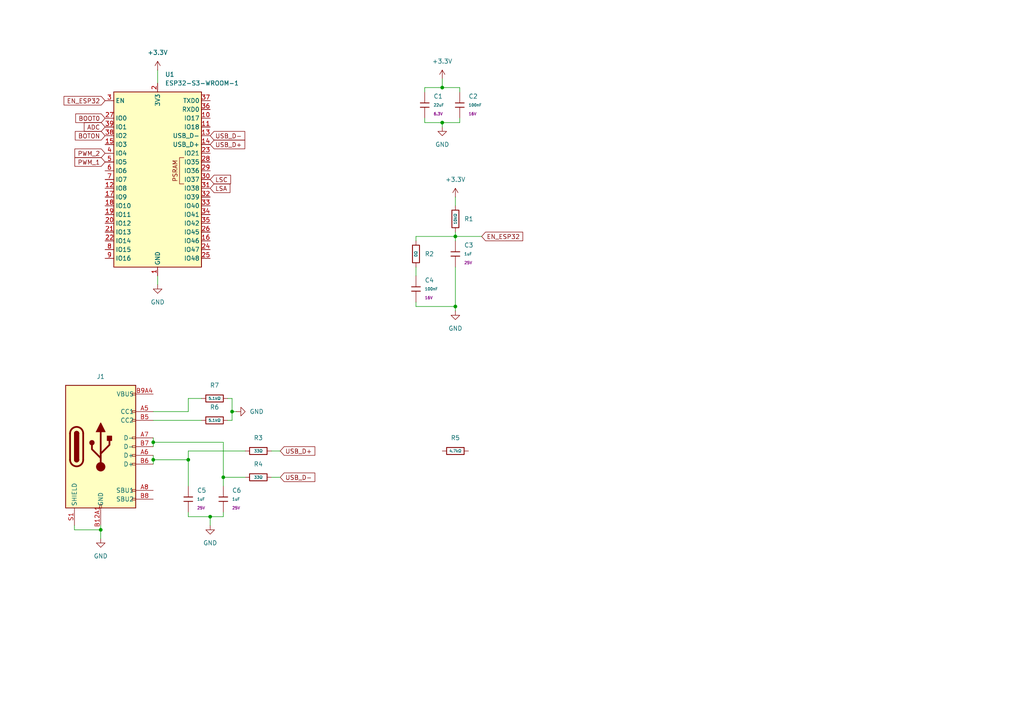
<source format=kicad_sch>
(kicad_sch (version 20250114) (generator "eeschema") (generator_version "9.0")
  (paper "A4")
  (lib_symbols
    (symbol "PCM_JLCPCB-Capacitors:0402,100nF" (pin_numbers (hide yes)) (pin_names (offset 0))
      (property "Reference" "C" (at 2.032 1.668 0))
      (property "Value" "100nF" (at 2.032 -0.3782 0))
      (property "Voltage Rated" "16V" (at 2.032 -2.0462 0))
      (symbol "0402,100nF_0_1"
        (polyline (pts (xy -1.27 0.635) (xy 1.27 0.635)) (stroke (width 0.254)))
        (polyline (pts (xy -1.27 -0.635) (xy 1.27 -0.635)) (stroke (width 0.254)))
      )
      (symbol "0402,100nF_1_1"
        (pin passive line (at 0 3.81 270) (length 3.175) (name "~") (number "1"))
        (pin passive line (at 0 -3.81 90) (length 3.175) (name "~") (number "2"))
      )
    )
    (symbol "PCM_JLCPCB-Capacitors:0402,1uF" (pin_numbers (hide yes)) (pin_names (offset 0))
      (property "Reference" "C" (at 2.032 1.668 0))
      (property "Value" "1uF" (at 2.032 -0.3782 0))
      (property "Voltage Rated" "25V" (at 2.032 -2.0462 0))
      (symbol "0402,1uF_0_1"
        (polyline (pts (xy -1.27 0.635) (xy 1.27 0.635)) (stroke (width 0.254)))
        (polyline (pts (xy -1.27 -0.635) (xy 1.27 -0.635)) (stroke (width 0.254)))
      )
      (symbol "0402,1uF_1_1"
        (pin passive line (at 0 3.81 270) (length 3.175) (name "~") (number "1"))
        (pin passive line (at 0 -3.81 90) (length 3.175) (name "~") (number "2"))
      )
    )
    (symbol "PCM_JLCPCB-Capacitors:0603,22uF" (pin_numbers (hide yes)) (pin_names (offset 0))
      (property "Reference" "C" (at 2.032 1.668 0))
      (property "Value" "22uF" (at 2.032 -0.3782 0))
      (property "Voltage Rated" "6.3V" (at 2.032 -2.0462 0))
      (symbol "0603,22uF_0_1"
        (polyline (pts (xy -1.27 0.635) (xy 1.27 0.635)) (stroke (width 0.254)))
        (polyline (pts (xy -1.27 -0.635) (xy 1.27 -0.635)) (stroke (width 0.254)))
      )
      (symbol "0603,22uF_1_1"
        (pin passive line (at 0 3.81 270) (length 3.175) (name "~") (number "1"))
        (pin passive line (at 0 -3.81 90) (length 3.175) (name "~") (number "2"))
      )
    )
    (symbol "PCM_JLCPCB-Extended:Connector, USB-TYPE-C-16P"
      (property "Reference" "J" (at 2.54 2.54 0))
      (symbol "Connector, USB-TYPE-C-16P_0_0"
        (rectangle (start -0.254 -17.78) (end 0.254 -16.764))
        (rectangle (start 10.16 15.494) (end 9.144 14.986))
        (rectangle (start 10.16 10.414) (end 9.144 9.906))
        (rectangle (start 10.16 7.874) (end 9.144 7.366))
        (rectangle (start 10.16 2.794) (end 9.144 2.286))
        (rectangle (start 10.16 0.254) (end 9.144 -0.254))
        (rectangle (start 10.16 -2.286) (end 9.144 -2.794))
        (rectangle (start 10.16 -4.826) (end 9.144 -5.334))
        (rectangle (start 10.16 -12.446) (end 9.144 -12.954))
        (rectangle (start 10.16 -14.986) (end 9.144 -15.494))
      )
      (symbol "Connector, USB-TYPE-C-16P_0_1"
        (rectangle (start -10.16 17.78) (end 10.16 -17.78) (stroke (width 0.254)) (fill (type background)))
        (polyline (pts (xy -8.89 -3.81) (xy -8.89 3.81)) (stroke (width 0.508)))
        (rectangle (start -7.62 -3.81) (end -6.35 3.81) (stroke (width 0.254)) (fill (type outline)))
        (arc (start -7.62 3.81) (mid -6.985 4.4423) (end -6.35 3.81) (stroke (width 0.254)))
        (arc (start -7.62 3.81) (mid -6.985 4.4423) (end -6.35 3.81) (stroke (width 0.254)) (fill (type outline)))
        (arc (start -8.89 3.81) (mid -6.985 5.7067) (end -5.08 3.81) (stroke (width 0.508)))
        (arc (start -5.08 -3.81) (mid -6.985 -5.7067) (end -8.89 -3.81) (stroke (width 0.508)))
        (arc (start -6.35 -3.81) (mid -6.985 -4.4423) (end -7.62 -3.81) (stroke (width 0.254)))
        (arc (start -6.35 -3.81) (mid -6.985 -4.4423) (end -7.62 -3.81) (stroke (width 0.254)) (fill (type outline)))
        (polyline (pts (xy -5.08 3.81) (xy -5.08 -3.81)) (stroke (width 0.508)))
        (circle (center -2.54 1.143) (radius 0.635) (stroke (width 0.254)) (fill (type outline)))
        (polyline (pts (xy -1.27 4.318) (xy 0 6.858) (xy 1.27 4.318) (xy -1.27 4.318)) (stroke (width 0.254)) (fill (type outline)))
        (polyline (pts (xy 0 -2.032) (xy 2.54 0.508) (xy 2.54 1.778)) (stroke (width 0.508)))
        (polyline (pts (xy 0 -3.302) (xy -2.54 -0.762) (xy -2.54 0.508)) (stroke (width 0.508)))
        (polyline (pts (xy 0 -5.842) (xy 0 4.318)) (stroke (width 0.508)))
        (circle (center 0 -5.842) (radius 1.27) (fill (type outline)))
        (rectangle (start 1.905 1.778) (end 3.175 3.048) (stroke (width 0.254)) (fill (type outline)))
      )
      (symbol "Connector, USB-TYPE-C-16P_1_1"
        (pin passive line (at -7.62 -22.86 90) (length 5.08) (name "SHIELD") (number "S1"))
        (pin passive line (at 0 -22.86 90) (length 5.08) (hide yes) (name "GND") (number "A12B1"))
        (pin passive line (at 0 -22.86 90) (length 5.08) (name "GND") (number "B12A1"))
        (pin passive line (at 15.24 15.24 180) (length 5.08) (hide yes) (name "VBUS") (number "A9B4"))
        (pin passive line (at 15.24 15.24 180) (length 5.08) (name "VBUS") (number "B9A4"))
        (pin bidirectional line (at 15.24 10.16 180) (length 5.08) (name "CC1") (number "A5"))
        (pin bidirectional line (at 15.24 7.62 180) (length 5.08) (name "CC2") (number "B5"))
        (pin bidirectional line (at 15.24 2.54 180) (length 5.08) (name "D-") (number "A7"))
        (pin bidirectional line (at 15.24 0 180) (length 5.08) (name "D-") (number "B7"))
        (pin bidirectional line (at 15.24 -2.54 180) (length 5.08) (name "D+") (number "A6"))
        (pin bidirectional line (at 15.24 -5.08 180) (length 5.08) (name "D+") (number "B6"))
        (pin bidirectional line (at 15.24 -12.7 180) (length 5.08) (name "SBU1") (number "A8"))
        (pin bidirectional line (at 15.24 -15.24 180) (length 5.08) (name "SBU2") (number "B8"))
      )
    )
    (symbol "PCM_JLCPCB-Resistors:0402,0Ω" (pin_numbers (hide yes)) (pin_names (offset 0))
      (property "Reference" "R" (at 1.778 0 0))
      (property "Value" "0Ω" (at 0 0 90))
      (symbol "0402,0Ω_0_1"
        (rectangle (start -1.016 2.54) (end 1.016 -2.54) (stroke (width 0.254)))
      )
      (symbol "0402,0Ω_1_1"
        (pin passive line (at 0 3.81 270) (length 1.27) (name "~") (number "1"))
        (pin passive line (at 0 -3.81 90) (length 1.27) (name "~") (number "2"))
      )
    )
    (symbol "PCM_JLCPCB-Resistors:0603,33Ω" (pin_numbers (hide yes)) (pin_names (offset 0))
      (property "Reference" "R" (at 1.778 0 0))
      (property "Value" "33Ω" (at 0 0 90))
      (symbol "0603,33Ω_0_1"
        (rectangle (start -1.016 2.54) (end 1.016 -2.54) (stroke (width 0.254)))
      )
      (symbol "0603,33Ω_1_1"
        (pin passive line (at 0 3.81 270) (length 1.27) (name "~") (number "1"))
        (pin passive line (at 0 -3.81 90) (length 1.27) (name "~") (number "2"))
      )
    )
    (symbol "PCM_JLCPCB-Resistors:0603,4.7kΩ" (pin_numbers (hide yes)) (pin_names (offset 0))
      (property "Reference" "R" (at 1.778 0 0))
      (property "Value" "4.7kΩ" (at 0 0 90))
      (symbol "0603,4.7kΩ_0_1"
        (rectangle (start -1.016 2.54) (end 1.016 -2.54) (stroke (width 0.254)))
      )
      (symbol "0603,4.7kΩ_1_1"
        (pin passive line (at 0 3.81 270) (length 1.27) (name "~") (number "1"))
        (pin passive line (at 0 -3.81 90) (length 1.27) (name "~") (number "2"))
      )
    )
    (symbol "PCM_JLCPCB-Resistors:0603,5.1kΩ" (pin_numbers (hide yes)) (pin_names (offset 0))
      (property "Reference" "R" (at 1.778 0 0))
      (property "Value" "5.1kΩ" (at 0 0 90))
      (symbol "0603,5.1kΩ_0_1"
        (rectangle (start -1.016 2.54) (end 1.016 -2.54) (stroke (width 0.254)))
      )
      (symbol "0603,5.1kΩ_1_1"
        (pin passive line (at 0 3.81 270) (length 1.27) (name "~") (number "1"))
        (pin passive line (at 0 -3.81 90) (length 1.27) (name "~") (number "2"))
      )
    )
    (symbol "PCM_JLCPCB-Resistors:0805,10kΩ" (pin_numbers (hide yes)) (pin_names (offset 0))
      (property "Reference" "R" (at 1.778 0 0))
      (property "Value" "10kΩ" (at 0 0 90))
      (symbol "0805,10kΩ_0_1"
        (rectangle (start -1.016 2.54) (end 1.016 -2.54) (stroke (width 0.254)))
      )
      (symbol "0805,10kΩ_1_1"
        (pin passive line (at 0 3.81 270) (length 1.27) (name "~") (number "1"))
        (pin passive line (at 0 -3.81 90) (length 1.27) (name "~") (number "2"))
      )
    )
    (symbol "RF_Module:ESP32-S3-WROOM-1"
      (property "Reference" "U" (at -12.7 26.67 0))
      (property "Value" "ESP32-S3-WROOM-1" (at 12.7 26.67 0))
      (symbol "ESP32-S3-WROOM-1_0_0"
        (rectangle (start -12.7 25.4) (end 12.7 -25.4) (stroke (width 0.254)) (fill (type background)))
        (text "PSRAM" (at 5.08 2.54 900) (effects (font (size 1.27 1.27))))
      )
      (symbol "ESP32-S3-WROOM-1_0_1"
        (polyline (pts (xy 7.62 -1.27) (xy 6.35 -1.27) (xy 6.35 6.35) (xy 7.62 6.35)))
      )
      (symbol "ESP32-S3-WROOM-1_1_1"
        (pin input line (at -15.24 22.86 0) (length 2.54) (name "EN") (number "3"))
        (pin bidirectional line (at -15.24 17.78 0) (length 2.54) (name "IO0") (number "27"))
        (pin bidirectional line (at -15.24 15.24 0) (length 2.54) (name "IO1") (number "39"))
        (pin bidirectional line (at -15.24 12.7 0) (length 2.54) (name "IO2") (number "38"))
        (pin bidirectional line (at -15.24 10.16 0) (length 2.54) (name "IO3") (number "15"))
        (pin bidirectional line (at -15.24 7.62 0) (length 2.54) (name "IO4") (number "4"))
        (pin bidirectional line (at -15.24 5.08 0) (length 2.54) (name "IO5") (number "5"))
        (pin bidirectional line (at -15.24 2.54 0) (length 2.54) (name "IO6") (number "6"))
        (pin bidirectional line (at -15.24 0 0) (length 2.54) (name "IO7") (number "7"))
        (pin bidirectional line (at -15.24 -2.54 0) (length 2.54) (name "IO8") (number "12"))
        (pin bidirectional line (at -15.24 -5.08 0) (length 2.54) (name "IO9") (number "17"))
        (pin bidirectional line (at -15.24 -7.62 0) (length 2.54) (name "IO10") (number "18"))
        (pin bidirectional line (at -15.24 -10.16 0) (length 2.54) (name "IO11") (number "19"))
        (pin bidirectional line (at -15.24 -12.7 0) (length 2.54) (name "IO12") (number "20"))
        (pin bidirectional line (at -15.24 -15.24 0) (length 2.54) (name "IO13") (number "21"))
        (pin bidirectional line (at -15.24 -17.78 0) (length 2.54) (name "IO14") (number "22"))
        (pin bidirectional line (at -15.24 -20.32 0) (length 2.54) (name "IO15") (number "8"))
        (pin bidirectional line (at -15.24 -22.86 0) (length 2.54) (name "IO16") (number "9"))
        (pin power_in line (at 0 27.94 270) (length 2.54) (name "3V3") (number "2"))
        (pin power_in line (at 0 -27.94 90) (length 2.54) (name "GND") (number "1"))
        (pin passive line (at 0 -27.94 90) (length 2.54) (hide yes) (name "GND") (number "40"))
        (pin passive line (at 0 -27.94 90) (length 2.54) (hide yes) (name "GND") (number "41"))
        (pin bidirectional line (at 15.24 22.86 180) (length 2.54) (name "TXD0") (number "37"))
        (pin bidirectional line (at 15.24 20.32 180) (length 2.54) (name "RXD0") (number "36"))
        (pin bidirectional line (at 15.24 17.78 180) (length 2.54) (name "IO17") (number "10"))
        (pin bidirectional line (at 15.24 15.24 180) (length 2.54) (name "IO18") (number "11"))
        (pin bidirectional line (at 15.24 12.7 180) (length 2.54) (name "USB_D-") (number "13"))
        (pin bidirectional line (at 15.24 10.16 180) (length 2.54) (name "USB_D+") (number "14"))
        (pin bidirectional line (at 15.24 7.62 180) (length 2.54) (name "IO21") (number "23"))
        (pin bidirectional line (at 15.24 5.08 180) (length 2.54) (name "IO35") (number "28"))
        (pin bidirectional line (at 15.24 2.54 180) (length 2.54) (name "IO36") (number "29"))
        (pin bidirectional line (at 15.24 0 180) (length 2.54) (name "IO37") (number "30"))
        (pin bidirectional line (at 15.24 -2.54 180) (length 2.54) (name "IO38") (number "31"))
        (pin bidirectional line (at 15.24 -5.08 180) (length 2.54) (name "IO39") (number "32"))
        (pin bidirectional line (at 15.24 -7.62 180) (length 2.54) (name "IO40") (number "33"))
        (pin bidirectional line (at 15.24 -10.16 180) (length 2.54) (name "IO41") (number "34"))
        (pin bidirectional line (at 15.24 -12.7 180) (length 2.54) (name "IO42") (number "35"))
        (pin bidirectional line (at 15.24 -15.24 180) (length 2.54) (name "IO45") (number "26"))
        (pin bidirectional line (at 15.24 -17.78 180) (length 2.54) (name "IO46") (number "16"))
        (pin bidirectional line (at 15.24 -20.32 180) (length 2.54) (name "IO47") (number "24"))
        (pin bidirectional line (at 15.24 -22.86 180) (length 2.54) (name "IO48") (number "25"))
      )
    )
    (symbol "power:+3.3V" (power) (pin_numbers (hide yes)) (pin_names (offset 0) (hide yes))
      (property "Value" "+3.3V" (at 0 3.556 0))
      (symbol "+3.3V_0_1"
        (polyline (pts (xy -0.762 1.27) (xy 0 2.54)))
        (polyline (pts (xy 0 2.54) (xy 0.762 1.27)))
        (polyline (pts (xy 0 0) (xy 0 2.54)))
      )
      (symbol "+3.3V_1_1"
        (pin power_in line (at 0 0 90) (length 0) (name "~") (number "1"))
      )
    )
    (symbol "power:GND" (power) (pin_numbers (hide yes)) (pin_names (offset 0) (hide yes))
      (property "Value" "GND" (at 0 -3.81 0))
      (symbol "GND_0_1"
        (polyline (pts (xy 0 0) (xy 0 -1.27) (xy 1.27 -1.27) (xy 0 -2.54) (xy -1.27 -1.27) (xy 0 -1.27)))
      )
      (symbol "GND_1_1"
        (pin power_in line (at 0 0 270) (length 0) (name "~") (number "1"))
      )
    )
  )
  (junction (at 44.45 128.27))
  (junction (at 132.08 68.58))
  (junction (at 29.21 153.67))
  (junction (at 67.31 119.38))
  (junction (at 64.77 138.43))
  (junction (at 44.45 133.35))
  (junction (at 54.61 133.35))
  (junction (at 132.08 88.9))
  (junction (at 128.27 25.4))
  (junction (at 128.27 35.56))
  (junction (at 60.96 149.86))
  (wire (pts (xy 120.65 87.63) (xy 120.65 88.9)))
  (wire (pts (xy 44.45 133.35) (xy 44.45 134.62)))
  (wire (pts (xy 64.77 149.86) (xy 64.77 148.59)))
  (wire (pts (xy 78.74 130.81) (xy 81.28 130.81)))
  (wire (pts (xy 66.04 115.57) (xy 67.31 115.57)))
  (wire (pts (xy 132.08 57.15) (xy 132.08 59.69)))
  (wire (pts (xy 45.72 20.32) (xy 45.72 24.13)))
  (wire (pts (xy 44.45 127) (xy 44.45 128.27)))
  (wire (pts (xy 54.61 149.86) (xy 60.96 149.86)))
  (wire (pts (xy 44.45 133.35) (xy 54.61 133.35)))
  (wire (pts (xy 120.65 68.58) (xy 132.08 68.58)))
  (wire (pts (xy 67.31 119.38) (xy 67.31 121.92)))
  (wire (pts (xy 133.35 34.29) (xy 133.35 35.56)))
  (wire (pts (xy 44.45 119.38) (xy 54.61 119.38)))
  (wire (pts (xy 123.19 35.56) (xy 128.27 35.56)))
  (wire (pts (xy 123.19 25.4) (xy 128.27 25.4)))
  (wire (pts (xy 67.31 121.92) (xy 66.04 121.92)))
  (wire (pts (xy 21.59 152.4) (xy 21.59 153.67)))
  (wire (pts (xy 67.31 119.38) (xy 68.58 119.38)))
  (wire (pts (xy 45.72 80.01) (xy 45.72 82.55)))
  (wire (pts (xy 54.61 115.57) (xy 58.42 115.57)))
  (wire (pts (xy 54.61 119.38) (xy 54.61 115.57)))
  (wire (pts (xy 120.65 77.47) (xy 120.65 80.01)))
  (wire (pts (xy 128.27 35.56) (xy 133.35 35.56)))
  (wire (pts (xy 132.08 88.9) (xy 132.08 90.17)))
  (wire (pts (xy 132.08 67.31) (xy 132.08 68.58)))
  (wire (pts (xy 128.27 22.86) (xy 128.27 25.4)))
  (wire (pts (xy 54.61 130.81) (xy 71.12 130.81)))
  (wire (pts (xy 64.77 138.43) (xy 71.12 138.43)))
  (wire (pts (xy 123.19 26.67) (xy 123.19 25.4)))
  (wire (pts (xy 123.19 34.29) (xy 123.19 35.56)))
  (wire (pts (xy 60.96 149.86) (xy 64.77 149.86)))
  (wire (pts (xy 120.65 88.9) (xy 132.08 88.9)))
  (wire (pts (xy 132.08 68.58) (xy 139.7 68.58)))
  (wire (pts (xy 29.21 153.67) (xy 29.21 156.21)))
  (wire (pts (xy 64.77 128.27) (xy 64.77 138.43)))
  (wire (pts (xy 132.08 68.58) (xy 132.08 69.85)))
  (wire (pts (xy 64.77 140.97) (xy 64.77 138.43)))
  (wire (pts (xy 54.61 133.35) (xy 54.61 130.81)))
  (wire (pts (xy 60.96 149.86) (xy 60.96 152.4)))
  (wire (pts (xy 67.31 115.57) (xy 67.31 119.38)))
  (wire (pts (xy 128.27 25.4) (xy 133.35 25.4)))
  (wire (pts (xy 21.59 153.67) (xy 29.21 153.67)))
  (wire (pts (xy 44.45 132.08) (xy 44.45 133.35)))
  (wire (pts (xy 120.65 68.58) (xy 120.65 69.85)))
  (wire (pts (xy 133.35 25.4) (xy 133.35 26.67)))
  (wire (pts (xy 128.27 35.56) (xy 128.27 36.83)))
  (wire (pts (xy 44.45 121.92) (xy 58.42 121.92)))
  (wire (pts (xy 44.45 128.27) (xy 44.45 129.54)))
  (wire (pts (xy 44.45 128.27) (xy 64.77 128.27)))
  (wire (pts (xy 132.08 77.47) (xy 132.08 88.9)))
  (wire (pts (xy 54.61 140.97) (xy 54.61 133.35)))
  (wire (pts (xy 78.74 138.43) (xy 81.28 138.43)))
  (wire (pts (xy 54.61 148.59) (xy 54.61 149.86)))
  (wire (pts (xy 29.21 152.4) (xy 29.21 153.67)))
  (global_label "LSA" (shape input) (at 60.96 54.61 0) (property "Intersheetrefs" "${INTERSHEET_REFS}" (effects (hide yes))))
  (global_label "LSC" (shape input) (at 60.96 52.07 0) (property "Intersheetrefs" "${INTERSHEET_REFS}" (effects (hide yes))))
  (global_label "USB_D+" (shape input) (at 81.28 130.81 0) (property "Intersheetrefs" "${INTERSHEET_REFS}" (effects (hide yes))))
  (global_label "EN_ESP32" (shape input) (at 139.7 68.58 0) (property "Intersheetrefs" "${INTERSHEET_REFS}" (effects (hide yes))))
  (global_label "EN_ESP32" (shape input) (at 30.48 29.21 180) (property "Intersheetrefs" "${INTERSHEET_REFS}" (effects (hide yes))))
  (global_label "PWM_1" (shape input) (at 30.48 46.99 180) (property "Intersheetrefs" "${INTERSHEET_REFS}" (effects (hide yes))))
  (global_label "BOOT0" (shape input) (at 30.48 34.29 180) (property "Intersheetrefs" "${INTERSHEET_REFS}" (effects (hide yes))))
  (global_label "PWM_2" (shape input) (at 30.48 44.45 180) (property "Intersheetrefs" "${INTERSHEET_REFS}" (effects (hide yes))))
  (global_label "USB_D-" (shape input) (at 81.28 138.43 0) (property "Intersheetrefs" "${INTERSHEET_REFS}" (effects (hide yes))))
  (global_label "USB_D-" (shape input) (at 60.96 39.37 0) (property "Intersheetrefs" "${INTERSHEET_REFS}" (effects (hide yes))))
  (global_label "USB_D+" (shape input) (at 60.96 41.91 0) (property "Intersheetrefs" "${INTERSHEET_REFS}" (effects (hide yes))))
  (global_label "ADC" (shape input) (at 30.48 36.83 180) (property "Intersheetrefs" "${INTERSHEET_REFS}" (effects (hide yes))))
  (global_label "BOTON" (shape input) (at 30.48 39.37 180) (property "Intersheetrefs" "${INTERSHEET_REFS}" (effects (hide yes))))
  (symbol (lib_id "power:+3.3V") (at 132.08 57.15 0) (unit 1)
    (property "Reference" "#PWR03" (effects (hide yes)))
    (property "Value" "+3.3V" (at 132.08 52.07 0))
    (property "Description" "Power symbol creates a global label with name \"+3.3V\"" (effects (hide yes)))
  )
  (symbol (lib_id "PCM_JLCPCB-Resistors:0805,10kΩ") (at 132.08 63.5 0) (unit 1)
    (property "Reference" "R1" (at 134.62 63.4999 0) (effects (justify left)))
    (property "Value" "10kΩ" (at 132.08 63.5 90) (effects (font (size 0.8 0.8))))
    (property "Footprint" "PCM_JLCPCB:R_0805" (effects (hide yes)))
    (property "Datasheet" "https://www.lcsc.com/datasheet/lcsc_datasheet_2411221126_UNI-ROYAL-Uniroyal-Elec-0805W8F1002T5E_C17414.pdf" (effects (hide yes)))
    (property "Description" "125mW Thick Film Resistors 150V ±100ppm/°C ±1% 10kΩ 0805 Chip Resistor - Surface Mount ROHS" (effects (hide yes)))
    (property "LCSC" "C17414" (effects (hide yes)))
    (property "Stock" "13265307" (effects (hide yes)))
    (property "Price" "0.005USD" (effects (hide yes)))
    (property "Process" "SMT" (effects (hide yes)))
    (property "Minimum Qty" "20" (effects (hide yes)))
    (property "Attrition Qty" "10" (effects (hide yes)))
    (property "Class" "Basic Component" (effects (hide yes)))
    (property "Category" "Resistors,Chip Resistor - Surface Mount" (effects (hide yes)))
    (property "Manufacturer" "UNI-ROYAL(Uniroyal Elec)" (effects (hide yes)))
    (property "Part" "0805W8F1002T5E" (effects (hide yes)))
    (property "Resistance" "10kΩ" (effects (hide yes)))
    (property "Power(Watts)" "125mW" (effects (hide yes)))
    (property "Type" "Thick Film Resistors" (effects (hide yes)))
    (property "Overload Voltage (Max)" "150V" (effects (hide yes)))
    (property "Operating Temperature Range" "-55°C~+155°C" (effects (hide yes)))
    (property "Tolerance" "±1%" (effects (hide yes)))
    (property "Temperature Coefficient" "±100ppm/°C" (effects (hide yes)))
  )
  (symbol (lib_id "PCM_JLCPCB-Capacitors:0402,100nF") (at 133.35 30.48 0) (unit 1)
    (property "Reference" "C2" (at 135.89 27.9399 0) (effects (justify left)))
    (property "Value" "100nF" (at 135.89 30.48 0) (effects (font (size 0.8 0.8)) (justify left)))
    (property "Footprint" "PCM_JLCPCB:C_0402" (effects (hide yes)))
    (property "Datasheet" "https://www.lcsc.com/datasheet/lcsc_datasheet_2304140030_Samsung-Electro-Mechanics-CL05B104KO5NNNC_C1525.pdf" (effects (hide yes)))
    (property "Description" "16V 100nF X7R ±10% 0402 Multilayer Ceramic Capacitors MLCC - SMD/SMT ROHS" (effects (hide yes)))
    (property "LCSC" "C1525" (effects (hide yes)))
    (property "Stock" "17299152" (effects (hide yes)))
    (property "Price" "0.004USD" (effects (hide yes)))
    (property "Process" "SMT" (effects (hide yes)))
    (property "Minimum Qty" "20" (effects (hide yes)))
    (property "Attrition Qty" "10" (effects (hide yes)))
    (property "Class" "Basic Component" (effects (hide yes)))
    (property "Category" "Capacitors,Multilayer Ceramic Capacitors MLCC - SMD/SMT" (effects (hide yes)))
    (property "Manufacturer" "Samsung Electro-Mechanics" (effects (hide yes)))
    (property "Part" "CL05B104KO5NNNC" (effects (hide yes)))
    (property "Voltage Rated" "16V" (at 135.89 33.02 0) (effects (font (size 0.8 0.8)) (justify left)))
    (property "Tolerance" "±10%" (effects (hide yes)))
    (property "Capacitance" "100nF" (effects (hide yes)))
    (property "Temperature Coefficient" "X7R" (effects (hide yes)))
  )
  (symbol (lib_id "PCM_JLCPCB-Capacitors:0402,1uF") (at 64.77 144.78 0) (unit 1)
    (property "Reference" "C6" (at 67.31 142.2399 0) (effects (justify left)))
    (property "Value" "1uF" (at 67.31 144.78 0) (effects (font (size 0.8 0.8)) (justify left)))
    (property "Footprint" "PCM_JLCPCB:C_0402" (effects (hide yes)))
    (property "Datasheet" "https://www.lcsc.com/datasheet/lcsc_datasheet_2304140030_Samsung-Electro-Mechanics-CL05A105KA5NQNC_C52923.pdf" (effects (hide yes)))
    (property "Description" "25V 1uF X5R ±10% 0402 Multilayer Ceramic Capacitors MLCC - SMD/SMT ROHS" (effects (hide yes)))
    (property "LCSC" "C52923" (effects (hide yes)))
    (property "Stock" "5086284" (effects (hide yes)))
    (property "Price" "0.006USD" (effects (hide yes)))
    (property "Process" "SMT" (effects (hide yes)))
    (property "Minimum Qty" "20" (effects (hide yes)))
    (property "Attrition Qty" "10" (effects (hide yes)))
    (property "Class" "Basic Component" (effects (hide yes)))
    (property "Category" "Capacitors,Multilayer Ceramic Capacitors MLCC - SMD/SMT" (effects (hide yes)))
    (property "Manufacturer" "Samsung Electro-Mechanics" (effects (hide yes)))
    (property "Part" "CL05A105KA5NQNC" (effects (hide yes)))
    (property "Voltage Rated" "25V" (at 67.31 147.32 0) (effects (font (size 0.8 0.8)) (justify left)))
    (property "Tolerance" "±10%" (effects (hide yes)))
    (property "Capacitance" "1uF" (effects (hide yes)))
    (property "Temperature Coefficient" "X5R" (effects (hide yes)))
  )
  (symbol (lib_id "PCM_JLCPCB-Resistors:0603,5.1kΩ") (at 62.23 115.57 90) (unit 1)
    (property "Reference" "R7" (at 62.23 111.76 90))
    (property "Value" "5.1kΩ" (at 62.23 115.57 90) (effects (font (size 0.8 0.8))))
    (property "Footprint" "PCM_JLCPCB:R_0603" (effects (hide yes)))
    (property "Datasheet" "https://www.lcsc.com/datasheet/lcsc_datasheet_2206010116_UNI-ROYAL-Uniroyal-Elec-0603WAF5101T5E_C23186.pdf" (effects (hide yes)))
    (property "Description" "100mW Thick Film Resistors 75V ±100ppm/°C ±1% 5.1kΩ 0603 Chip Resistor - Surface Mount ROHS" (effects (hide yes)))
    (property "LCSC" "C23186" (effects (hide yes)))
    (property "Stock" "4289961" (effects (hide yes)))
    (property "Price" "0.004USD" (effects (hide yes)))
    (property "Process" "SMT" (effects (hide yes)))
    (property "Minimum Qty" "20" (effects (hide yes)))
    (property "Attrition Qty" "10" (effects (hide yes)))
    (property "Class" "Basic Component" (effects (hide yes)))
    (property "Category" "Resistors,Chip Resistor - Surface Mount" (effects (hide yes)))
    (property "Manufacturer" "UNI-ROYAL(Uniroyal Elec)" (effects (hide yes)))
    (property "Part" "0603WAF5101T5E" (effects (hide yes)))
    (property "Resistance" "5.1kΩ" (effects (hide yes)))
    (property "Power(Watts)" "100mW" (effects (hide yes)))
    (property "Type" "Thick Film Resistors" (effects (hide yes)))
    (property "Overload Voltage (Max)" "75V" (effects (hide yes)))
    (property "Operating Temperature Range" "-55°C~+155°C" (effects (hide yes)))
    (property "Tolerance" "±1%" (effects (hide yes)))
    (property "Temperature Coefficient" "±100ppm/°C" (effects (hide yes)))
  )
  (symbol (lib_id "PCM_JLCPCB-Capacitors:0603,22uF") (at 123.19 30.48 0) (unit 1)
    (property "Reference" "C1" (at 125.73 27.9399 0) (effects (justify left)))
    (property "Value" "22uF" (at 125.73 30.48 0) (effects (font (size 0.8 0.8)) (justify left)))
    (property "Footprint" "PCM_JLCPCB:C_0603" (effects (hide yes)))
    (property "Datasheet" "https://www.lcsc.com/datasheet/lcsc_datasheet_2304140030_Samsung-Electro-Mechanics-CL10A226MQ8NRNC_C59461.pdf" (effects (hide yes)))
    (property "Description" "6.3V 22uF X5R ±20% 0603 Multilayer Ceramic Capacitors MLCC - SMD/SMT ROHS" (effects (hide yes)))
    (property "LCSC" "C59461" (effects (hide yes)))
    (property "Stock" "4782535" (effects (hide yes)))
    (property "Price" "0.010USD" (effects (hide yes)))
    (property "Process" "SMT" (effects (hide yes)))
    (property "Minimum Qty" "20" (effects (hide yes)))
    (property "Attrition Qty" "10" (effects (hide yes)))
    (property "Class" "Basic Component" (effects (hide yes)))
    (property "Category" "Capacitors,Multilayer Ceramic Capacitors MLCC - SMD/SMT" (effects (hide yes)))
    (property "Manufacturer" "Samsung Electro-Mechanics" (effects (hide yes)))
    (property "Part" "CL10A226MQ8NRNC" (effects (hide yes)))
    (property "Voltage Rated" "6.3V" (at 125.73 33.02 0) (effects (font (size 0.8 0.8)) (justify left)))
    (property "Tolerance" "±20%" (effects (hide yes)))
    (property "Capacitance" "22uF" (effects (hide yes)))
    (property "Temperature Coefficient" "X5R" (effects (hide yes)))
  )
  (symbol (lib_id "PCM_JLCPCB-Resistors:0603,33Ω") (at 74.93 130.81 90) (unit 1)
    (property "Reference" "R3" (at 74.93 127 90))
    (property "Value" "33Ω" (at 74.93 130.81 90) (effects (font (size 0.8 0.8))))
    (property "Footprint" "PCM_JLCPCB:R_0603" (effects (hide yes)))
    (property "Datasheet" "https://www.lcsc.com/datasheet/lcsc_datasheet_2206010116_UNI-ROYAL-Uniroyal-Elec-0603WAF330JT5E_C23140.pdf" (effects (hide yes)))
    (property "Description" "100mW Thick Film Resistors 75V ±100ppm/°C ±1% 33Ω 0603 Chip Resistor - Surface Mount ROHS" (effects (hide yes)))
    (property "LCSC" "C23140" (effects (hide yes)))
    (property "Stock" "1198495" (effects (hide yes)))
    (property "Price" "0.004USD" (effects (hide yes)))
    (property "Process" "SMT" (effects (hide yes)))
    (property "Minimum Qty" "20" (effects (hide yes)))
    (property "Attrition Qty" "10" (effects (hide yes)))
    (property "Class" "Basic Component" (effects (hide yes)))
    (property "Category" "Resistors,Chip Resistor - Surface Mount" (effects (hide yes)))
    (property "Manufacturer" "UNI-ROYAL(Uniroyal Elec)" (effects (hide yes)))
    (property "Part" "0603WAF330JT5E" (effects (hide yes)))
    (property "Resistance" "33Ω" (effects (hide yes)))
    (property "Power(Watts)" "100mW" (effects (hide yes)))
    (property "Type" "Thick Film Resistors" (effects (hide yes)))
    (property "Overload Voltage (Max)" "75V" (effects (hide yes)))
    (property "Operating Temperature Range" "-55°C~+155°C" (effects (hide yes)))
    (property "Tolerance" "±1%" (effects (hide yes)))
    (property "Temperature Coefficient" "±100ppm/°C" (effects (hide yes)))
  )
  (symbol (lib_id "power:+3.3V") (at 45.72 20.32 0) (unit 1)
    (property "Reference" "#PWR01" (effects (hide yes)))
    (property "Value" "+3.3V" (at 45.72 15.24 0))
    (property "Description" "Power symbol creates a global label with name \"+3.3V\"" (effects (hide yes)))
  )
  (symbol (lib_id "RF_Module:ESP32-S3-WROOM-1") (at 45.72 52.07 0) (unit 1)
    (property "Reference" "U1" (at 47.8633 21.59 0) (effects (justify left)))
    (property "Value" "ESP32-S3-WROOM-1" (at 47.8633 24.13 0) (effects (justify left)))
    (property "Footprint" "RF_Module:ESP32-S3-WROOM-1" (effects (hide yes)))
    (property "Datasheet" "https://www.espressif.com/sites/default/files/documentation/esp32-s3-wroom-1_wroom-1u_datasheet_en.pdf" (effects (hide yes)))
    (property "Description" "RF Module, ESP32-S3 SoC, Wi-Fi 802.11b/g/n, Bluetooth, BLE, 32-bit, 3.3V, onboard antenna, SMD" (effects (hide yes)))
  )
  (symbol (lib_id "PCM_JLCPCB-Resistors:0402,0Ω") (at 120.65 73.66 0) (unit 1)
    (property "Reference" "R2" (at 123.19 73.6599 0) (effects (justify left)))
    (property "Value" "0Ω" (at 120.65 73.66 90) (effects (font (size 0.8 0.8))))
    (property "Footprint" "PCM_JLCPCB:R_0402" (effects (hide yes)))
    (property "Datasheet" "https://www.lcsc.com/datasheet/lcsc_datasheet_2206010216_UNI-ROYAL-Uniroyal-Elec-0402WGF0000TCE_C17168.pdf" (effects (hide yes)))
    (property "Description" "62.5mW Thick Film Resistors 50V ±800ppm/°C ±1% 0Ω 0402 Chip Resistor - Surface Mount ROHS" (effects (hide yes)))
    (property "LCSC" "C17168" (effects (hide yes)))
    (property "Stock" "5719404" (effects (hide yes)))
    (property "Price" "0.004USD" (effects (hide yes)))
    (property "Process" "SMT" (effects (hide yes)))
    (property "Minimum Qty" "20" (effects (hide yes)))
    (property "Attrition Qty" "10" (effects (hide yes)))
    (property "Class" "Basic Component" (effects (hide yes)))
    (property "Category" "Resistors,Chip Resistor - Surface Mount" (effects (hide yes)))
    (property "Manufacturer" "UNI-ROYAL(Uniroyal Elec)" (effects (hide yes)))
    (property "Part" "0402WGF0000TCE" (effects (hide yes)))
    (property "Resistance" "0Ω" (effects (hide yes)))
    (property "Power(Watts)" "62.5mW" (effects (hide yes)))
    (property "Type" "Thick Film Resistors" (effects (hide yes)))
    (property "Overload Voltage (Max)" "50V" (effects (hide yes)))
    (property "Operating Temperature Range" "-55°C~+155°C" (effects (hide yes)))
    (property "Tolerance" "±1%" (effects (hide yes)))
    (property "Temperature Coefficient" "±800ppm/°C" (effects (hide yes)))
  )
  (symbol (lib_id "PCM_JLCPCB-Resistors:0603,4.7kΩ") (at 132.08 130.81 90) (unit 1)
    (property "Reference" "R5" (at 132.08 127 90))
    (property "Value" "4.7kΩ" (at 132.08 130.81 90) (effects (font (size 0.8 0.8))))
    (property "Footprint" "PCM_JLCPCB:R_0603" (effects (hide yes)))
    (property "Datasheet" "https://www.lcsc.com/datasheet/lcsc_datasheet_2206010116_UNI-ROYAL-Uniroyal-Elec-0603WAF4701T5E_C23162.pdf" (effects (hide yes)))
    (property "Description" "100mW Thick Film Resistors 75V ±100ppm/°C ±1% 4.7kΩ 0603 Chip Resistor - Surface Mount ROHS" (effects (hide yes)))
    (property "LCSC" "C23162" (effects (hide yes)))
    (property "Stock" "5960819" (effects (hide yes)))
    (property "Price" "0.004USD" (effects (hide yes)))
    (property "Process" "SMT" (effects (hide yes)))
    (property "Minimum Qty" "20" (effects (hide yes)))
    (property "Attrition Qty" "10" (effects (hide yes)))
    (property "Class" "Basic Component" (effects (hide yes)))
    (property "Category" "Resistors,Chip Resistor - Surface Mount" (effects (hide yes)))
    (property "Manufacturer" "UNI-ROYAL(Uniroyal Elec)" (effects (hide yes)))
    (property "Part" "0603WAF4701T5E" (effects (hide yes)))
    (property "Resistance" "4.7kΩ" (effects (hide yes)))
    (property "Power(Watts)" "100mW" (effects (hide yes)))
    (property "Type" "Thick Film Resistors" (effects (hide yes)))
    (property "Overload Voltage (Max)" "75V" (effects (hide yes)))
    (property "Operating Temperature Range" "-55°C~+155°C" (effects (hide yes)))
    (property "Tolerance" "±1%" (effects (hide yes)))
    (property "Temperature Coefficient" "±100ppm/°C" (effects (hide yes)))
  )
  (symbol (lib_id "power:GND") (at 45.72 82.55 0) (unit 1)
    (property "Reference" "#PWR02" (effects (hide yes)))
    (property "Value" "GND" (at 45.72 87.63 0))
    (property "Description" "Power symbol creates a global label with name \"GND\" , ground" (effects (hide yes)))
  )
  (symbol (lib_id "power:+3.3V") (at 128.27 22.86 0) (unit 1)
    (property "Reference" "#PWR05" (effects (hide yes)))
    (property "Value" "+3.3V" (at 128.27 17.78 0))
    (property "Description" "Power symbol creates a global label with name \"+3.3V\"" (effects (hide yes)))
  )
  (symbol (lib_id "PCM_JLCPCB-Capacitors:0402,1uF") (at 54.61 144.78 0) (unit 1)
    (property "Reference" "C5" (at 57.15 142.2399 0) (effects (justify left)))
    (property "Value" "1uF" (at 57.15 144.78 0) (effects (font (size 0.8 0.8)) (justify left)))
    (property "Footprint" "PCM_JLCPCB:C_0402" (effects (hide yes)))
    (property "Datasheet" "https://www.lcsc.com/datasheet/lcsc_datasheet_2304140030_Samsung-Electro-Mechanics-CL05A105KA5NQNC_C52923.pdf" (effects (hide yes)))
    (property "Description" "25V 1uF X5R ±10% 0402 Multilayer Ceramic Capacitors MLCC - SMD/SMT ROHS" (effects (hide yes)))
    (property "LCSC" "C52923" (effects (hide yes)))
    (property "Stock" "5086284" (effects (hide yes)))
    (property "Price" "0.006USD" (effects (hide yes)))
    (property "Process" "SMT" (effects (hide yes)))
    (property "Minimum Qty" "20" (effects (hide yes)))
    (property "Attrition Qty" "10" (effects (hide yes)))
    (property "Class" "Basic Component" (effects (hide yes)))
    (property "Category" "Capacitors,Multilayer Ceramic Capacitors MLCC - SMD/SMT" (effects (hide yes)))
    (property "Manufacturer" "Samsung Electro-Mechanics" (effects (hide yes)))
    (property "Part" "CL05A105KA5NQNC" (effects (hide yes)))
    (property "Voltage Rated" "25V" (at 57.15 147.32 0) (effects (font (size 0.8 0.8)) (justify left)))
    (property "Tolerance" "±10%" (effects (hide yes)))
    (property "Capacitance" "1uF" (effects (hide yes)))
    (property "Temperature Coefficient" "X5R" (effects (hide yes)))
  )
  (symbol (lib_id "PCM_JLCPCB-Extended:Connector, USB-TYPE-C-16P") (at 29.21 129.54 0) (unit 1)
    (property "Reference" "J1" (at 29.21 109.22 0))
    (property "Value" "Connector, USB-TYPE-C-16P" (effects (hide yes)))
    (property "Footprint" "PCM_JLCPCB:TYPE-C-SMD_HX-TYPE-C-16PIN" (effects (hide yes)))
    (property "Datasheet" "https://atta.szlcsc.com/upload/public/pdf/source/20220920/0EF8F885FCCEA71F60E9E85152155021.pdf" (effects (hide yes)))
    (property "Description" "3A 1 Horizontal attachment 16P Female -25℃~+85℃ Type-C SMD USB Connectors ROHS" (effects (hide yes)))
    (property "LCSC" "C2927039" (effects (hide yes)))
  )
  (symbol (lib_id "power:GND") (at 128.27 36.83 0) (unit 1)
    (property "Reference" "#PWR06" (effects (hide yes)))
    (property "Value" "GND" (at 128.27 41.91 0))
    (property "Description" "Power symbol creates a global label with name \"GND\" , ground" (effects (hide yes)))
  )
  (symbol (lib_id "power:GND") (at 29.21 156.21 0) (unit 1)
    (property "Reference" "#PWR08" (effects (hide yes)))
    (property "Value" "GND" (at 29.21 161.29 0))
    (property "Description" "Power symbol creates a global label with name \"GND\" , ground" (effects (hide yes)))
  )
  (symbol (lib_id "PCM_JLCPCB-Capacitors:0402,1uF") (at 132.08 73.66 0) (unit 1)
    (property "Reference" "C3" (at 134.62 71.1199 0) (effects (justify left)))
    (property "Value" "1uF" (at 134.62 73.66 0) (effects (font (size 0.8 0.8)) (justify left)))
    (property "Footprint" "PCM_JLCPCB:C_0402" (effects (hide yes)))
    (property "Datasheet" "https://www.lcsc.com/datasheet/lcsc_datasheet_2304140030_Samsung-Electro-Mechanics-CL05A105KA5NQNC_C52923.pdf" (effects (hide yes)))
    (property "Description" "25V 1uF X5R ±10% 0402 Multilayer Ceramic Capacitors MLCC - SMD/SMT ROHS" (effects (hide yes)))
    (property "LCSC" "C52923" (effects (hide yes)))
    (property "Stock" "5086284" (effects (hide yes)))
    (property "Price" "0.006USD" (effects (hide yes)))
    (property "Process" "SMT" (effects (hide yes)))
    (property "Minimum Qty" "20" (effects (hide yes)))
    (property "Attrition Qty" "10" (effects (hide yes)))
    (property "Class" "Basic Component" (effects (hide yes)))
    (property "Category" "Capacitors,Multilayer Ceramic Capacitors MLCC - SMD/SMT" (effects (hide yes)))
    (property "Manufacturer" "Samsung Electro-Mechanics" (effects (hide yes)))
    (property "Part" "CL05A105KA5NQNC" (effects (hide yes)))
    (property "Voltage Rated" "25V" (at 134.62 76.2 0) (effects (font (size 0.8 0.8)) (justify left)))
    (property "Tolerance" "±10%" (effects (hide yes)))
    (property "Capacitance" "1uF" (effects (hide yes)))
    (property "Temperature Coefficient" "X5R" (effects (hide yes)))
  )
  (symbol (lib_id "power:GND") (at 60.96 152.4 0) (unit 1)
    (property "Reference" "#PWR07" (effects (hide yes)))
    (property "Value" "GND" (at 60.96 157.48 0))
    (property "Description" "Power symbol creates a global label with name \"GND\" , ground" (effects (hide yes)))
  )
  (symbol (lib_id "PCM_JLCPCB-Capacitors:0402,100nF") (at 120.65 83.82 0) (unit 1)
    (property "Reference" "C4" (at 123.19 81.2799 0) (effects (justify left)))
    (property "Value" "100nF" (at 123.19 83.82 0) (effects (font (size 0.8 0.8)) (justify left)))
    (property "Footprint" "PCM_JLCPCB:C_0402" (effects (hide yes)))
    (property "Datasheet" "https://www.lcsc.com/datasheet/lcsc_datasheet_2304140030_Samsung-Electro-Mechanics-CL05B104KO5NNNC_C1525.pdf" (effects (hide yes)))
    (property "Description" "16V 100nF X7R ±10% 0402 Multilayer Ceramic Capacitors MLCC - SMD/SMT ROHS" (effects (hide yes)))
    (property "LCSC" "C1525" (effects (hide yes)))
    (property "Stock" "17299152" (effects (hide yes)))
    (property "Price" "0.004USD" (effects (hide yes)))
    (property "Process" "SMT" (effects (hide yes)))
    (property "Minimum Qty" "20" (effects (hide yes)))
    (property "Attrition Qty" "10" (effects (hide yes)))
    (property "Class" "Basic Component" (effects (hide yes)))
    (property "Category" "Capacitors,Multilayer Ceramic Capacitors MLCC - SMD/SMT" (effects (hide yes)))
    (property "Manufacturer" "Samsung Electro-Mechanics" (effects (hide yes)))
    (property "Part" "CL05B104KO5NNNC" (effects (hide yes)))
    (property "Voltage Rated" "16V" (at 123.19 86.36 0) (effects (font (size 0.8 0.8)) (justify left)))
    (property "Tolerance" "±10%" (effects (hide yes)))
    (property "Capacitance" "100nF" (effects (hide yes)))
    (property "Temperature Coefficient" "X7R" (effects (hide yes)))
  )
  (symbol (lib_id "PCM_JLCPCB-Resistors:0603,5.1kΩ") (at 62.23 121.92 90) (unit 1)
    (property "Reference" "R6" (at 62.23 118.11 90))
    (property "Value" "5.1kΩ" (at 62.23 121.92 90) (effects (font (size 0.8 0.8))))
    (property "Footprint" "PCM_JLCPCB:R_0603" (effects (hide yes)))
    (property "Datasheet" "https://www.lcsc.com/datasheet/lcsc_datasheet_2206010116_UNI-ROYAL-Uniroyal-Elec-0603WAF5101T5E_C23186.pdf" (effects (hide yes)))
    (property "Description" "100mW Thick Film Resistors 75V ±100ppm/°C ±1% 5.1kΩ 0603 Chip Resistor - Surface Mount ROHS" (effects (hide yes)))
    (property "LCSC" "C23186" (effects (hide yes)))
    (property "Stock" "4289961" (effects (hide yes)))
    (property "Price" "0.004USD" (effects (hide yes)))
    (property "Process" "SMT" (effects (hide yes)))
    (property "Minimum Qty" "20" (effects (hide yes)))
    (property "Attrition Qty" "10" (effects (hide yes)))
    (property "Class" "Basic Component" (effects (hide yes)))
    (property "Category" "Resistors,Chip Resistor - Surface Mount" (effects (hide yes)))
    (property "Manufacturer" "UNI-ROYAL(Uniroyal Elec)" (effects (hide yes)))
    (property "Part" "0603WAF5101T5E" (effects (hide yes)))
    (property "Resistance" "5.1kΩ" (effects (hide yes)))
    (property "Power(Watts)" "100mW" (effects (hide yes)))
    (property "Type" "Thick Film Resistors" (effects (hide yes)))
    (property "Overload Voltage (Max)" "75V" (effects (hide yes)))
    (property "Operating Temperature Range" "-55°C~+155°C" (effects (hide yes)))
    (property "Tolerance" "±1%" (effects (hide yes)))
    (property "Temperature Coefficient" "±100ppm/°C" (effects (hide yes)))
  )
  (symbol (lib_id "power:GND") (at 132.08 90.17 0) (unit 1)
    (property "Reference" "#PWR04" (effects (hide yes)))
    (property "Value" "GND" (at 132.08 95.25 0))
    (property "Description" "Power symbol creates a global label with name \"GND\" , ground" (effects (hide yes)))
  )
  (symbol (lib_id "PCM_JLCPCB-Resistors:0603,33Ω") (at 74.93 138.43 90) (unit 1)
    (property "Reference" "R4" (at 74.93 134.62 90))
    (property "Value" "33Ω" (at 74.93 138.43 90) (effects (font (size 0.8 0.8))))
    (property "Footprint" "PCM_JLCPCB:R_0603" (effects (hide yes)))
    (property "Datasheet" "https://www.lcsc.com/datasheet/lcsc_datasheet_2206010116_UNI-ROYAL-Uniroyal-Elec-0603WAF330JT5E_C23140.pdf" (effects (hide yes)))
    (property "Description" "100mW Thick Film Resistors 75V ±100ppm/°C ±1% 33Ω 0603 Chip Resistor - Surface Mount ROHS" (effects (hide yes)))
    (property "LCSC" "C23140" (effects (hide yes)))
    (property "Stock" "1198495" (effects (hide yes)))
    (property "Price" "0.004USD" (effects (hide yes)))
    (property "Process" "SMT" (effects (hide yes)))
    (property "Minimum Qty" "20" (effects (hide yes)))
    (property "Attrition Qty" "10" (effects (hide yes)))
    (property "Class" "Basic Component" (effects (hide yes)))
    (property "Category" "Resistors,Chip Resistor - Surface Mount" (effects (hide yes)))
    (property "Manufacturer" "UNI-ROYAL(Uniroyal Elec)" (effects (hide yes)))
    (property "Part" "0603WAF330JT5E" (effects (hide yes)))
    (property "Resistance" "33Ω" (effects (hide yes)))
    (property "Power(Watts)" "100mW" (effects (hide yes)))
    (property "Type" "Thick Film Resistors" (effects (hide yes)))
    (property "Overload Voltage (Max)" "75V" (effects (hide yes)))
    (property "Operating Temperature Range" "-55°C~+155°C" (effects (hide yes)))
    (property "Tolerance" "±1%" (effects (hide yes)))
    (property "Temperature Coefficient" "±100ppm/°C" (effects (hide yes)))
  )
  (symbol (lib_id "power:GND") (at 68.58 119.38 90) (unit 1)
    (property "Reference" "#PWR09" (effects (hide yes)))
    (property "Value" "GND" (at 72.39 119.3799 90) (effects (justify right)))
    (property "Description" "Power symbol creates a global label with name \"GND\" , ground" (effects (hide yes)))
  )
)
</source>
